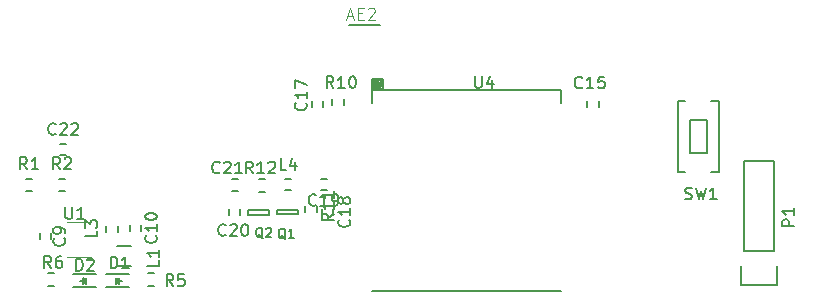
<source format=gbr>
G04 #@! TF.FileFunction,Legend,Top*
%FSLAX46Y46*%
G04 Gerber Fmt 4.6, Leading zero omitted, Abs format (unit mm)*
G04 Created by KiCad (PCBNEW 4.0.5+dfsg1-4~bpo8+1) date Wed Feb  7 22:28:11 2018*
%MOMM*%
%LPD*%
G01*
G04 APERTURE LIST*
%ADD10C,0.100000*%
%ADD11C,0.200000*%
%ADD12C,0.150000*%
%ADD13C,0.127000*%
%ADD14C,0.050000*%
G04 APERTURE END LIST*
D10*
D11*
X156440000Y-110330000D02*
X155790000Y-110330000D01*
X155790000Y-110330000D02*
X155790000Y-109680000D01*
X155790000Y-109680000D02*
X156440000Y-109680000D01*
X156440000Y-109680000D02*
X156440000Y-110180000D01*
X156440000Y-110180000D02*
X155940000Y-110180000D01*
X155940000Y-110180000D02*
X155940000Y-109780000D01*
X155940000Y-109780000D02*
X156290000Y-109780000D01*
X156290000Y-109780000D02*
X156290000Y-110030000D01*
X156290000Y-110030000D02*
X156040000Y-110030000D01*
X156040000Y-110030000D02*
X156040000Y-109880000D01*
X156040000Y-109880000D02*
X156190000Y-109880000D01*
X155640000Y-110480000D02*
X155640000Y-109530000D01*
X155640000Y-109530000D02*
X156590000Y-109530000D01*
X156590000Y-109530000D02*
X156590000Y-110430000D01*
X171640000Y-110480000D02*
X171640000Y-111580000D01*
X155640000Y-110480000D02*
X155640000Y-111580000D01*
X155640000Y-110480000D02*
X171640000Y-110480000D01*
X171640000Y-127480000D02*
X155640000Y-127480000D01*
D12*
X149955000Y-120330000D02*
X149955000Y-120830000D01*
X151005000Y-120830000D02*
X151005000Y-120330000D01*
X128515000Y-123130000D02*
X128515000Y-122630000D01*
X127565000Y-122630000D02*
X127565000Y-123130000D01*
X136135000Y-122450000D02*
X136135000Y-121950000D01*
X135185000Y-121950000D02*
X135185000Y-122450000D01*
X174845000Y-111890000D02*
X174845000Y-111390000D01*
X173895000Y-111390000D02*
X173895000Y-111890000D01*
X151495000Y-111940000D02*
X151495000Y-111440000D01*
X150545000Y-111440000D02*
X150545000Y-111940000D01*
X151435000Y-120540000D02*
X151435000Y-121040000D01*
X152385000Y-121040000D02*
X152385000Y-120540000D01*
X151350000Y-118995000D02*
X151850000Y-118995000D01*
X151850000Y-118045000D02*
X151350000Y-118045000D01*
X143555000Y-120540000D02*
X143555000Y-121040000D01*
X144505000Y-121040000D02*
X144505000Y-120540000D01*
X143820000Y-119005000D02*
X144320000Y-119005000D01*
X144320000Y-118055000D02*
X143820000Y-118055000D01*
X129770000Y-115065000D02*
X129270000Y-115065000D01*
X129270000Y-116015000D02*
X129770000Y-116015000D01*
X133170000Y-127190000D02*
X135070000Y-127190000D01*
X133170000Y-126090000D02*
X135070000Y-126090000D01*
X134070000Y-126640000D02*
X134520000Y-126640000D01*
X134020000Y-126390000D02*
X134020000Y-126890000D01*
X134020000Y-126640000D02*
X134270000Y-126390000D01*
X134270000Y-126390000D02*
X134270000Y-126890000D01*
X134270000Y-126890000D02*
X134020000Y-126640000D01*
X132270000Y-126090000D02*
X130370000Y-126090000D01*
X132270000Y-127190000D02*
X130370000Y-127190000D01*
X131370000Y-126640000D02*
X130920000Y-126640000D01*
X131420000Y-126890000D02*
X131420000Y-126390000D01*
X131420000Y-126640000D02*
X131170000Y-126890000D01*
X131170000Y-126890000D02*
X131170000Y-126390000D01*
X131170000Y-126390000D02*
X131420000Y-126640000D01*
X135260000Y-125415000D02*
X134060000Y-125415000D01*
X134060000Y-123665000D02*
X135260000Y-123665000D01*
X149420000Y-120620000D02*
X147620000Y-120620000D01*
X147620000Y-120620000D02*
X147620000Y-121020000D01*
X147620000Y-121020000D02*
X149420000Y-121020000D01*
X149420000Y-121020000D02*
X149420000Y-120620000D01*
X146920000Y-120640000D02*
X145120000Y-120640000D01*
X145120000Y-120640000D02*
X145120000Y-121040000D01*
X145120000Y-121040000D02*
X146920000Y-121040000D01*
X146920000Y-121040000D02*
X146920000Y-120640000D01*
X126870000Y-118015000D02*
X126370000Y-118015000D01*
X126370000Y-119065000D02*
X126870000Y-119065000D01*
X129670000Y-118015000D02*
X129170000Y-118015000D01*
X129170000Y-119065000D02*
X129670000Y-119065000D01*
X136720000Y-127065000D02*
X137220000Y-127065000D01*
X137220000Y-126015000D02*
X136720000Y-126015000D01*
X128720000Y-126015000D02*
X128220000Y-126015000D01*
X128220000Y-127065000D02*
X128720000Y-127065000D01*
X152245000Y-111240000D02*
X152245000Y-111740000D01*
X153295000Y-111740000D02*
X153295000Y-111240000D01*
X146070000Y-119095000D02*
X146570000Y-119095000D01*
X146570000Y-118045000D02*
X146070000Y-118045000D01*
X182600000Y-115800000D02*
X182600000Y-113000000D01*
X182600000Y-113000000D02*
X184000000Y-113000000D01*
X184000000Y-113000000D02*
X184000000Y-115800000D01*
X184000000Y-115800000D02*
X182600000Y-115800000D01*
X181550000Y-111400000D02*
X182200000Y-111400000D01*
X185050000Y-111400000D02*
X184400000Y-111400000D01*
X184400000Y-117400000D02*
X185050000Y-117400000D01*
X181550000Y-117400000D02*
X182200000Y-117400000D01*
X181550000Y-111400000D02*
X181550000Y-117400000D01*
X185050000Y-117400000D02*
X185050000Y-111400000D01*
X189710000Y-124160000D02*
X189710000Y-116540000D01*
X187170000Y-124160000D02*
X187170000Y-116540000D01*
X186890000Y-126980000D02*
X186890000Y-125430000D01*
X189710000Y-116540000D02*
X187170000Y-116540000D01*
X187170000Y-124160000D02*
X189710000Y-124160000D01*
X189990000Y-125430000D02*
X189990000Y-126980000D01*
X189990000Y-126980000D02*
X186890000Y-126980000D01*
D10*
X131870000Y-124740000D02*
X131870000Y-124840000D01*
X131870000Y-124840000D02*
X131570000Y-124840000D01*
X131570000Y-124840000D02*
X131570000Y-124740000D01*
X131870000Y-124640000D02*
X131870000Y-124740000D01*
X131870000Y-124740000D02*
X131570000Y-124740000D01*
X131570000Y-124740000D02*
X131570000Y-124640000D01*
X131870000Y-121640000D02*
X129870000Y-121640000D01*
X131870000Y-124640000D02*
X129870000Y-124640000D01*
D13*
X156310000Y-105010000D02*
X153710000Y-105010000D01*
D12*
X133175000Y-121970000D02*
X133175000Y-122470000D01*
X134125000Y-122470000D02*
X134125000Y-121970000D01*
X148820000Y-118045000D02*
X148320000Y-118045000D01*
X148320000Y-118995000D02*
X148820000Y-118995000D01*
X164378095Y-109322381D02*
X164378095Y-110131905D01*
X164425714Y-110227143D01*
X164473333Y-110274762D01*
X164568571Y-110322381D01*
X164759048Y-110322381D01*
X164854286Y-110274762D01*
X164901905Y-110227143D01*
X164949524Y-110131905D01*
X164949524Y-109322381D01*
X165854286Y-109655714D02*
X165854286Y-110322381D01*
X165616190Y-109274762D02*
X165378095Y-109989048D01*
X165997143Y-109989048D01*
X152412381Y-120962857D02*
X151936190Y-121296191D01*
X152412381Y-121534286D02*
X151412381Y-121534286D01*
X151412381Y-121153333D01*
X151460000Y-121058095D01*
X151507619Y-121010476D01*
X151602857Y-120962857D01*
X151745714Y-120962857D01*
X151840952Y-121010476D01*
X151888571Y-121058095D01*
X151936190Y-121153333D01*
X151936190Y-121534286D01*
X152412381Y-120010476D02*
X152412381Y-120581905D01*
X152412381Y-120296191D02*
X151412381Y-120296191D01*
X151555238Y-120391429D01*
X151650476Y-120486667D01*
X151698095Y-120581905D01*
X152412381Y-119058095D02*
X152412381Y-119629524D01*
X152412381Y-119343810D02*
X151412381Y-119343810D01*
X151555238Y-119439048D01*
X151650476Y-119534286D01*
X151698095Y-119629524D01*
X129587143Y-123046666D02*
X129634762Y-123094285D01*
X129682381Y-123237142D01*
X129682381Y-123332380D01*
X129634762Y-123475238D01*
X129539524Y-123570476D01*
X129444286Y-123618095D01*
X129253810Y-123665714D01*
X129110952Y-123665714D01*
X128920476Y-123618095D01*
X128825238Y-123570476D01*
X128730000Y-123475238D01*
X128682381Y-123332380D01*
X128682381Y-123237142D01*
X128730000Y-123094285D01*
X128777619Y-123046666D01*
X129682381Y-122570476D02*
X129682381Y-122380000D01*
X129634762Y-122284761D01*
X129587143Y-122237142D01*
X129444286Y-122141904D01*
X129253810Y-122094285D01*
X128872857Y-122094285D01*
X128777619Y-122141904D01*
X128730000Y-122189523D01*
X128682381Y-122284761D01*
X128682381Y-122475238D01*
X128730000Y-122570476D01*
X128777619Y-122618095D01*
X128872857Y-122665714D01*
X129110952Y-122665714D01*
X129206190Y-122618095D01*
X129253810Y-122570476D01*
X129301429Y-122475238D01*
X129301429Y-122284761D01*
X129253810Y-122189523D01*
X129206190Y-122141904D01*
X129110952Y-122094285D01*
X137357143Y-122802857D02*
X137404762Y-122850476D01*
X137452381Y-122993333D01*
X137452381Y-123088571D01*
X137404762Y-123231429D01*
X137309524Y-123326667D01*
X137214286Y-123374286D01*
X137023810Y-123421905D01*
X136880952Y-123421905D01*
X136690476Y-123374286D01*
X136595238Y-123326667D01*
X136500000Y-123231429D01*
X136452381Y-123088571D01*
X136452381Y-122993333D01*
X136500000Y-122850476D01*
X136547619Y-122802857D01*
X137452381Y-121850476D02*
X137452381Y-122421905D01*
X137452381Y-122136191D02*
X136452381Y-122136191D01*
X136595238Y-122231429D01*
X136690476Y-122326667D01*
X136738095Y-122421905D01*
X136452381Y-121231429D02*
X136452381Y-121136190D01*
X136500000Y-121040952D01*
X136547619Y-120993333D01*
X136642857Y-120945714D01*
X136833333Y-120898095D01*
X137071429Y-120898095D01*
X137261905Y-120945714D01*
X137357143Y-120993333D01*
X137404762Y-121040952D01*
X137452381Y-121136190D01*
X137452381Y-121231429D01*
X137404762Y-121326667D01*
X137357143Y-121374286D01*
X137261905Y-121421905D01*
X137071429Y-121469524D01*
X136833333Y-121469524D01*
X136642857Y-121421905D01*
X136547619Y-121374286D01*
X136500000Y-121326667D01*
X136452381Y-121231429D01*
X173457143Y-110257143D02*
X173409524Y-110304762D01*
X173266667Y-110352381D01*
X173171429Y-110352381D01*
X173028571Y-110304762D01*
X172933333Y-110209524D01*
X172885714Y-110114286D01*
X172838095Y-109923810D01*
X172838095Y-109780952D01*
X172885714Y-109590476D01*
X172933333Y-109495238D01*
X173028571Y-109400000D01*
X173171429Y-109352381D01*
X173266667Y-109352381D01*
X173409524Y-109400000D01*
X173457143Y-109447619D01*
X174409524Y-110352381D02*
X173838095Y-110352381D01*
X174123809Y-110352381D02*
X174123809Y-109352381D01*
X174028571Y-109495238D01*
X173933333Y-109590476D01*
X173838095Y-109638095D01*
X175314286Y-109352381D02*
X174838095Y-109352381D01*
X174790476Y-109828571D01*
X174838095Y-109780952D01*
X174933333Y-109733333D01*
X175171429Y-109733333D01*
X175266667Y-109780952D01*
X175314286Y-109828571D01*
X175361905Y-109923810D01*
X175361905Y-110161905D01*
X175314286Y-110257143D01*
X175266667Y-110304762D01*
X175171429Y-110352381D01*
X174933333Y-110352381D01*
X174838095Y-110304762D01*
X174790476Y-110257143D01*
X150037143Y-111572857D02*
X150084762Y-111620476D01*
X150132381Y-111763333D01*
X150132381Y-111858571D01*
X150084762Y-112001429D01*
X149989524Y-112096667D01*
X149894286Y-112144286D01*
X149703810Y-112191905D01*
X149560952Y-112191905D01*
X149370476Y-112144286D01*
X149275238Y-112096667D01*
X149180000Y-112001429D01*
X149132381Y-111858571D01*
X149132381Y-111763333D01*
X149180000Y-111620476D01*
X149227619Y-111572857D01*
X150132381Y-110620476D02*
X150132381Y-111191905D01*
X150132381Y-110906191D02*
X149132381Y-110906191D01*
X149275238Y-111001429D01*
X149370476Y-111096667D01*
X149418095Y-111191905D01*
X149132381Y-110287143D02*
X149132381Y-109620476D01*
X150132381Y-110049048D01*
X153717143Y-121472857D02*
X153764762Y-121520476D01*
X153812381Y-121663333D01*
X153812381Y-121758571D01*
X153764762Y-121901429D01*
X153669524Y-121996667D01*
X153574286Y-122044286D01*
X153383810Y-122091905D01*
X153240952Y-122091905D01*
X153050476Y-122044286D01*
X152955238Y-121996667D01*
X152860000Y-121901429D01*
X152812381Y-121758571D01*
X152812381Y-121663333D01*
X152860000Y-121520476D01*
X152907619Y-121472857D01*
X153812381Y-120520476D02*
X153812381Y-121091905D01*
X153812381Y-120806191D02*
X152812381Y-120806191D01*
X152955238Y-120901429D01*
X153050476Y-120996667D01*
X153098095Y-121091905D01*
X153240952Y-119949048D02*
X153193333Y-120044286D01*
X153145714Y-120091905D01*
X153050476Y-120139524D01*
X153002857Y-120139524D01*
X152907619Y-120091905D01*
X152860000Y-120044286D01*
X152812381Y-119949048D01*
X152812381Y-119758571D01*
X152860000Y-119663333D01*
X152907619Y-119615714D01*
X153002857Y-119568095D01*
X153050476Y-119568095D01*
X153145714Y-119615714D01*
X153193333Y-119663333D01*
X153240952Y-119758571D01*
X153240952Y-119949048D01*
X153288571Y-120044286D01*
X153336190Y-120091905D01*
X153431429Y-120139524D01*
X153621905Y-120139524D01*
X153717143Y-120091905D01*
X153764762Y-120044286D01*
X153812381Y-119949048D01*
X153812381Y-119758571D01*
X153764762Y-119663333D01*
X153717143Y-119615714D01*
X153621905Y-119568095D01*
X153431429Y-119568095D01*
X153336190Y-119615714D01*
X153288571Y-119663333D01*
X153240952Y-119758571D01*
X150917143Y-120207143D02*
X150869524Y-120254762D01*
X150726667Y-120302381D01*
X150631429Y-120302381D01*
X150488571Y-120254762D01*
X150393333Y-120159524D01*
X150345714Y-120064286D01*
X150298095Y-119873810D01*
X150298095Y-119730952D01*
X150345714Y-119540476D01*
X150393333Y-119445238D01*
X150488571Y-119350000D01*
X150631429Y-119302381D01*
X150726667Y-119302381D01*
X150869524Y-119350000D01*
X150917143Y-119397619D01*
X151869524Y-120302381D02*
X151298095Y-120302381D01*
X151583809Y-120302381D02*
X151583809Y-119302381D01*
X151488571Y-119445238D01*
X151393333Y-119540476D01*
X151298095Y-119588095D01*
X152345714Y-120302381D02*
X152536190Y-120302381D01*
X152631429Y-120254762D01*
X152679048Y-120207143D01*
X152774286Y-120064286D01*
X152821905Y-119873810D01*
X152821905Y-119492857D01*
X152774286Y-119397619D01*
X152726667Y-119350000D01*
X152631429Y-119302381D01*
X152440952Y-119302381D01*
X152345714Y-119350000D01*
X152298095Y-119397619D01*
X152250476Y-119492857D01*
X152250476Y-119730952D01*
X152298095Y-119826190D01*
X152345714Y-119873810D01*
X152440952Y-119921429D01*
X152631429Y-119921429D01*
X152726667Y-119873810D01*
X152774286Y-119826190D01*
X152821905Y-119730952D01*
X143267143Y-122757143D02*
X143219524Y-122804762D01*
X143076667Y-122852381D01*
X142981429Y-122852381D01*
X142838571Y-122804762D01*
X142743333Y-122709524D01*
X142695714Y-122614286D01*
X142648095Y-122423810D01*
X142648095Y-122280952D01*
X142695714Y-122090476D01*
X142743333Y-121995238D01*
X142838571Y-121900000D01*
X142981429Y-121852381D01*
X143076667Y-121852381D01*
X143219524Y-121900000D01*
X143267143Y-121947619D01*
X143648095Y-121947619D02*
X143695714Y-121900000D01*
X143790952Y-121852381D01*
X144029048Y-121852381D01*
X144124286Y-121900000D01*
X144171905Y-121947619D01*
X144219524Y-122042857D01*
X144219524Y-122138095D01*
X144171905Y-122280952D01*
X143600476Y-122852381D01*
X144219524Y-122852381D01*
X144838571Y-121852381D02*
X144933810Y-121852381D01*
X145029048Y-121900000D01*
X145076667Y-121947619D01*
X145124286Y-122042857D01*
X145171905Y-122233333D01*
X145171905Y-122471429D01*
X145124286Y-122661905D01*
X145076667Y-122757143D01*
X145029048Y-122804762D01*
X144933810Y-122852381D01*
X144838571Y-122852381D01*
X144743333Y-122804762D01*
X144695714Y-122757143D01*
X144648095Y-122661905D01*
X144600476Y-122471429D01*
X144600476Y-122233333D01*
X144648095Y-122042857D01*
X144695714Y-121947619D01*
X144743333Y-121900000D01*
X144838571Y-121852381D01*
X142757143Y-117457143D02*
X142709524Y-117504762D01*
X142566667Y-117552381D01*
X142471429Y-117552381D01*
X142328571Y-117504762D01*
X142233333Y-117409524D01*
X142185714Y-117314286D01*
X142138095Y-117123810D01*
X142138095Y-116980952D01*
X142185714Y-116790476D01*
X142233333Y-116695238D01*
X142328571Y-116600000D01*
X142471429Y-116552381D01*
X142566667Y-116552381D01*
X142709524Y-116600000D01*
X142757143Y-116647619D01*
X143138095Y-116647619D02*
X143185714Y-116600000D01*
X143280952Y-116552381D01*
X143519048Y-116552381D01*
X143614286Y-116600000D01*
X143661905Y-116647619D01*
X143709524Y-116742857D01*
X143709524Y-116838095D01*
X143661905Y-116980952D01*
X143090476Y-117552381D01*
X143709524Y-117552381D01*
X144661905Y-117552381D02*
X144090476Y-117552381D01*
X144376190Y-117552381D02*
X144376190Y-116552381D01*
X144280952Y-116695238D01*
X144185714Y-116790476D01*
X144090476Y-116838095D01*
X128877143Y-114197143D02*
X128829524Y-114244762D01*
X128686667Y-114292381D01*
X128591429Y-114292381D01*
X128448571Y-114244762D01*
X128353333Y-114149524D01*
X128305714Y-114054286D01*
X128258095Y-113863810D01*
X128258095Y-113720952D01*
X128305714Y-113530476D01*
X128353333Y-113435238D01*
X128448571Y-113340000D01*
X128591429Y-113292381D01*
X128686667Y-113292381D01*
X128829524Y-113340000D01*
X128877143Y-113387619D01*
X129258095Y-113387619D02*
X129305714Y-113340000D01*
X129400952Y-113292381D01*
X129639048Y-113292381D01*
X129734286Y-113340000D01*
X129781905Y-113387619D01*
X129829524Y-113482857D01*
X129829524Y-113578095D01*
X129781905Y-113720952D01*
X129210476Y-114292381D01*
X129829524Y-114292381D01*
X130210476Y-113387619D02*
X130258095Y-113340000D01*
X130353333Y-113292381D01*
X130591429Y-113292381D01*
X130686667Y-113340000D01*
X130734286Y-113387619D01*
X130781905Y-113482857D01*
X130781905Y-113578095D01*
X130734286Y-113720952D01*
X130162857Y-114292381D01*
X130781905Y-114292381D01*
X133531905Y-125592381D02*
X133531905Y-124592381D01*
X133770000Y-124592381D01*
X133912858Y-124640000D01*
X134008096Y-124735238D01*
X134055715Y-124830476D01*
X134103334Y-125020952D01*
X134103334Y-125163810D01*
X134055715Y-125354286D01*
X134008096Y-125449524D01*
X133912858Y-125544762D01*
X133770000Y-125592381D01*
X133531905Y-125592381D01*
X135055715Y-125592381D02*
X134484286Y-125592381D01*
X134770000Y-125592381D02*
X134770000Y-124592381D01*
X134674762Y-124735238D01*
X134579524Y-124830476D01*
X134484286Y-124878095D01*
X130601905Y-125782381D02*
X130601905Y-124782381D01*
X130840000Y-124782381D01*
X130982858Y-124830000D01*
X131078096Y-124925238D01*
X131125715Y-125020476D01*
X131173334Y-125210952D01*
X131173334Y-125353810D01*
X131125715Y-125544286D01*
X131078096Y-125639524D01*
X130982858Y-125734762D01*
X130840000Y-125782381D01*
X130601905Y-125782381D01*
X131554286Y-124877619D02*
X131601905Y-124830000D01*
X131697143Y-124782381D01*
X131935239Y-124782381D01*
X132030477Y-124830000D01*
X132078096Y-124877619D01*
X132125715Y-124972857D01*
X132125715Y-125068095D01*
X132078096Y-125210952D01*
X131506667Y-125782381D01*
X132125715Y-125782381D01*
X137642381Y-124886666D02*
X137642381Y-125362857D01*
X136642381Y-125362857D01*
X137642381Y-124029523D02*
X137642381Y-124600952D01*
X137642381Y-124315238D02*
X136642381Y-124315238D01*
X136785238Y-124410476D01*
X136880476Y-124505714D01*
X136928095Y-124600952D01*
X148333810Y-123098095D02*
X148257619Y-123060000D01*
X148181429Y-122983810D01*
X148067143Y-122869524D01*
X147990952Y-122831429D01*
X147914762Y-122831429D01*
X147952857Y-123021905D02*
X147876667Y-122983810D01*
X147800476Y-122907619D01*
X147762381Y-122755238D01*
X147762381Y-122488571D01*
X147800476Y-122336190D01*
X147876667Y-122260000D01*
X147952857Y-122221905D01*
X148105238Y-122221905D01*
X148181429Y-122260000D01*
X148257619Y-122336190D01*
X148295714Y-122488571D01*
X148295714Y-122755238D01*
X148257619Y-122907619D01*
X148181429Y-122983810D01*
X148105238Y-123021905D01*
X147952857Y-123021905D01*
X149057619Y-123021905D02*
X148600476Y-123021905D01*
X148829047Y-123021905D02*
X148829047Y-122221905D01*
X148752857Y-122336190D01*
X148676666Y-122412381D01*
X148600476Y-122450476D01*
X146423810Y-123038095D02*
X146347619Y-123000000D01*
X146271429Y-122923810D01*
X146157143Y-122809524D01*
X146080952Y-122771429D01*
X146004762Y-122771429D01*
X146042857Y-122961905D02*
X145966667Y-122923810D01*
X145890476Y-122847619D01*
X145852381Y-122695238D01*
X145852381Y-122428571D01*
X145890476Y-122276190D01*
X145966667Y-122200000D01*
X146042857Y-122161905D01*
X146195238Y-122161905D01*
X146271429Y-122200000D01*
X146347619Y-122276190D01*
X146385714Y-122428571D01*
X146385714Y-122695238D01*
X146347619Y-122847619D01*
X146271429Y-122923810D01*
X146195238Y-122961905D01*
X146042857Y-122961905D01*
X146690476Y-122238095D02*
X146728571Y-122200000D01*
X146804762Y-122161905D01*
X146995238Y-122161905D01*
X147071428Y-122200000D01*
X147109524Y-122238095D01*
X147147619Y-122314286D01*
X147147619Y-122390476D01*
X147109524Y-122504762D01*
X146652381Y-122961905D01*
X147147619Y-122961905D01*
X126453334Y-117192381D02*
X126120000Y-116716190D01*
X125881905Y-117192381D02*
X125881905Y-116192381D01*
X126262858Y-116192381D01*
X126358096Y-116240000D01*
X126405715Y-116287619D01*
X126453334Y-116382857D01*
X126453334Y-116525714D01*
X126405715Y-116620952D01*
X126358096Y-116668571D01*
X126262858Y-116716190D01*
X125881905Y-116716190D01*
X127405715Y-117192381D02*
X126834286Y-117192381D01*
X127120000Y-117192381D02*
X127120000Y-116192381D01*
X127024762Y-116335238D01*
X126929524Y-116430476D01*
X126834286Y-116478095D01*
X129253334Y-117192381D02*
X128920000Y-116716190D01*
X128681905Y-117192381D02*
X128681905Y-116192381D01*
X129062858Y-116192381D01*
X129158096Y-116240000D01*
X129205715Y-116287619D01*
X129253334Y-116382857D01*
X129253334Y-116525714D01*
X129205715Y-116620952D01*
X129158096Y-116668571D01*
X129062858Y-116716190D01*
X128681905Y-116716190D01*
X129634286Y-116287619D02*
X129681905Y-116240000D01*
X129777143Y-116192381D01*
X130015239Y-116192381D01*
X130110477Y-116240000D01*
X130158096Y-116287619D01*
X130205715Y-116382857D01*
X130205715Y-116478095D01*
X130158096Y-116620952D01*
X129586667Y-117192381D01*
X130205715Y-117192381D01*
X138833334Y-127092381D02*
X138500000Y-126616190D01*
X138261905Y-127092381D02*
X138261905Y-126092381D01*
X138642858Y-126092381D01*
X138738096Y-126140000D01*
X138785715Y-126187619D01*
X138833334Y-126282857D01*
X138833334Y-126425714D01*
X138785715Y-126520952D01*
X138738096Y-126568571D01*
X138642858Y-126616190D01*
X138261905Y-126616190D01*
X139738096Y-126092381D02*
X139261905Y-126092381D01*
X139214286Y-126568571D01*
X139261905Y-126520952D01*
X139357143Y-126473333D01*
X139595239Y-126473333D01*
X139690477Y-126520952D01*
X139738096Y-126568571D01*
X139785715Y-126663810D01*
X139785715Y-126901905D01*
X139738096Y-126997143D01*
X139690477Y-127044762D01*
X139595239Y-127092381D01*
X139357143Y-127092381D01*
X139261905Y-127044762D01*
X139214286Y-126997143D01*
X128503334Y-125562381D02*
X128170000Y-125086190D01*
X127931905Y-125562381D02*
X127931905Y-124562381D01*
X128312858Y-124562381D01*
X128408096Y-124610000D01*
X128455715Y-124657619D01*
X128503334Y-124752857D01*
X128503334Y-124895714D01*
X128455715Y-124990952D01*
X128408096Y-125038571D01*
X128312858Y-125086190D01*
X127931905Y-125086190D01*
X129360477Y-124562381D02*
X129170000Y-124562381D01*
X129074762Y-124610000D01*
X129027143Y-124657619D01*
X128931905Y-124800476D01*
X128884286Y-124990952D01*
X128884286Y-125371905D01*
X128931905Y-125467143D01*
X128979524Y-125514762D01*
X129074762Y-125562381D01*
X129265239Y-125562381D01*
X129360477Y-125514762D01*
X129408096Y-125467143D01*
X129455715Y-125371905D01*
X129455715Y-125133810D01*
X129408096Y-125038571D01*
X129360477Y-124990952D01*
X129265239Y-124943333D01*
X129074762Y-124943333D01*
X128979524Y-124990952D01*
X128931905Y-125038571D01*
X128884286Y-125133810D01*
X152397143Y-110322381D02*
X152063809Y-109846190D01*
X151825714Y-110322381D02*
X151825714Y-109322381D01*
X152206667Y-109322381D01*
X152301905Y-109370000D01*
X152349524Y-109417619D01*
X152397143Y-109512857D01*
X152397143Y-109655714D01*
X152349524Y-109750952D01*
X152301905Y-109798571D01*
X152206667Y-109846190D01*
X151825714Y-109846190D01*
X153349524Y-110322381D02*
X152778095Y-110322381D01*
X153063809Y-110322381D02*
X153063809Y-109322381D01*
X152968571Y-109465238D01*
X152873333Y-109560476D01*
X152778095Y-109608095D01*
X153968571Y-109322381D02*
X154063810Y-109322381D01*
X154159048Y-109370000D01*
X154206667Y-109417619D01*
X154254286Y-109512857D01*
X154301905Y-109703333D01*
X154301905Y-109941429D01*
X154254286Y-110131905D01*
X154206667Y-110227143D01*
X154159048Y-110274762D01*
X154063810Y-110322381D01*
X153968571Y-110322381D01*
X153873333Y-110274762D01*
X153825714Y-110227143D01*
X153778095Y-110131905D01*
X153730476Y-109941429D01*
X153730476Y-109703333D01*
X153778095Y-109512857D01*
X153825714Y-109417619D01*
X153873333Y-109370000D01*
X153968571Y-109322381D01*
X145557143Y-117552381D02*
X145223809Y-117076190D01*
X144985714Y-117552381D02*
X144985714Y-116552381D01*
X145366667Y-116552381D01*
X145461905Y-116600000D01*
X145509524Y-116647619D01*
X145557143Y-116742857D01*
X145557143Y-116885714D01*
X145509524Y-116980952D01*
X145461905Y-117028571D01*
X145366667Y-117076190D01*
X144985714Y-117076190D01*
X146509524Y-117552381D02*
X145938095Y-117552381D01*
X146223809Y-117552381D02*
X146223809Y-116552381D01*
X146128571Y-116695238D01*
X146033333Y-116790476D01*
X145938095Y-116838095D01*
X146890476Y-116647619D02*
X146938095Y-116600000D01*
X147033333Y-116552381D01*
X147271429Y-116552381D01*
X147366667Y-116600000D01*
X147414286Y-116647619D01*
X147461905Y-116742857D01*
X147461905Y-116838095D01*
X147414286Y-116980952D01*
X146842857Y-117552381D01*
X147461905Y-117552381D01*
X182166667Y-119704762D02*
X182309524Y-119752381D01*
X182547620Y-119752381D01*
X182642858Y-119704762D01*
X182690477Y-119657143D01*
X182738096Y-119561905D01*
X182738096Y-119466667D01*
X182690477Y-119371429D01*
X182642858Y-119323810D01*
X182547620Y-119276190D01*
X182357143Y-119228571D01*
X182261905Y-119180952D01*
X182214286Y-119133333D01*
X182166667Y-119038095D01*
X182166667Y-118942857D01*
X182214286Y-118847619D01*
X182261905Y-118800000D01*
X182357143Y-118752381D01*
X182595239Y-118752381D01*
X182738096Y-118800000D01*
X183071429Y-118752381D02*
X183309524Y-119752381D01*
X183500001Y-119038095D01*
X183690477Y-119752381D01*
X183928572Y-118752381D01*
X184833334Y-119752381D02*
X184261905Y-119752381D01*
X184547619Y-119752381D02*
X184547619Y-118752381D01*
X184452381Y-118895238D01*
X184357143Y-118990476D01*
X184261905Y-119038095D01*
X191412381Y-122008095D02*
X190412381Y-122008095D01*
X190412381Y-121627142D01*
X190460000Y-121531904D01*
X190507619Y-121484285D01*
X190602857Y-121436666D01*
X190745714Y-121436666D01*
X190840952Y-121484285D01*
X190888571Y-121531904D01*
X190936190Y-121627142D01*
X190936190Y-122008095D01*
X191412381Y-120484285D02*
X191412381Y-121055714D01*
X191412381Y-120770000D02*
X190412381Y-120770000D01*
X190555238Y-120865238D01*
X190650476Y-120960476D01*
X190698095Y-121055714D01*
X129708095Y-120392381D02*
X129708095Y-121201905D01*
X129755714Y-121297143D01*
X129803333Y-121344762D01*
X129898571Y-121392381D01*
X130089048Y-121392381D01*
X130184286Y-121344762D01*
X130231905Y-121297143D01*
X130279524Y-121201905D01*
X130279524Y-120392381D01*
X131279524Y-121392381D02*
X130708095Y-121392381D01*
X130993809Y-121392381D02*
X130993809Y-120392381D01*
X130898571Y-120535238D01*
X130803333Y-120630476D01*
X130708095Y-120678095D01*
D14*
X153575174Y-104233432D02*
X154052722Y-104233432D01*
X153479665Y-104519960D02*
X153813948Y-103517110D01*
X154148231Y-104519960D01*
X154482515Y-103994658D02*
X154816798Y-103994658D01*
X154960062Y-104519960D02*
X154482515Y-104519960D01*
X154482515Y-103517110D01*
X154960062Y-103517110D01*
X155342100Y-103612620D02*
X155389855Y-103564865D01*
X155485364Y-103517110D01*
X155724138Y-103517110D01*
X155819648Y-103564865D01*
X155867402Y-103612620D01*
X155915157Y-103708129D01*
X155915157Y-103803639D01*
X155867402Y-103946903D01*
X155294345Y-104519960D01*
X155915157Y-104519960D01*
D12*
X132402381Y-122386666D02*
X132402381Y-122862857D01*
X131402381Y-122862857D01*
X131402381Y-122148571D02*
X131402381Y-121529523D01*
X131783333Y-121862857D01*
X131783333Y-121719999D01*
X131830952Y-121624761D01*
X131878571Y-121577142D01*
X131973810Y-121529523D01*
X132211905Y-121529523D01*
X132307143Y-121577142D01*
X132354762Y-121624761D01*
X132402381Y-121719999D01*
X132402381Y-122005714D01*
X132354762Y-122100952D01*
X132307143Y-122148571D01*
X148403334Y-117272381D02*
X147927143Y-117272381D01*
X147927143Y-116272381D01*
X149165239Y-116605714D02*
X149165239Y-117272381D01*
X148927143Y-116224762D02*
X148689048Y-116939048D01*
X149308096Y-116939048D01*
M02*

</source>
